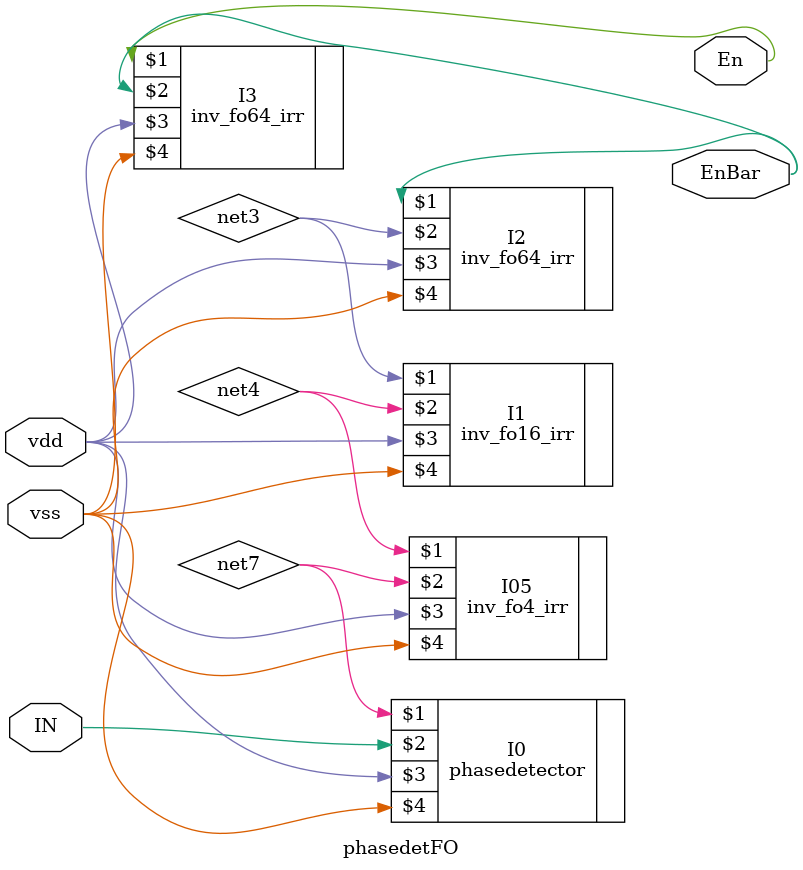
<source format=sv>

`timescale 1ns / 1ns 

module phasedetFO ( En, EnBar, IN, vdd, vss );

output  En, EnBar;

input  IN, vdd, vss;


specify 
    specparam CDS_LIBNAME  = "MIPS25";
    specparam CDS_CELLNAME = "phasedetFO";
    specparam CDS_VIEWNAME = "schematic";
endspecify

inv_fo64_irr I3 ( En, EnBar, vdd, vss);
inv_fo64_irr I2 ( EnBar, net3, vdd, vss);
inv_fo16_irr I1 ( net3, net4, vdd, vss);
inv_fo4_irr I05 ( net4, net7, vdd, vss);
phasedetector I0 ( net7, IN, vdd, vss);

endmodule

</source>
